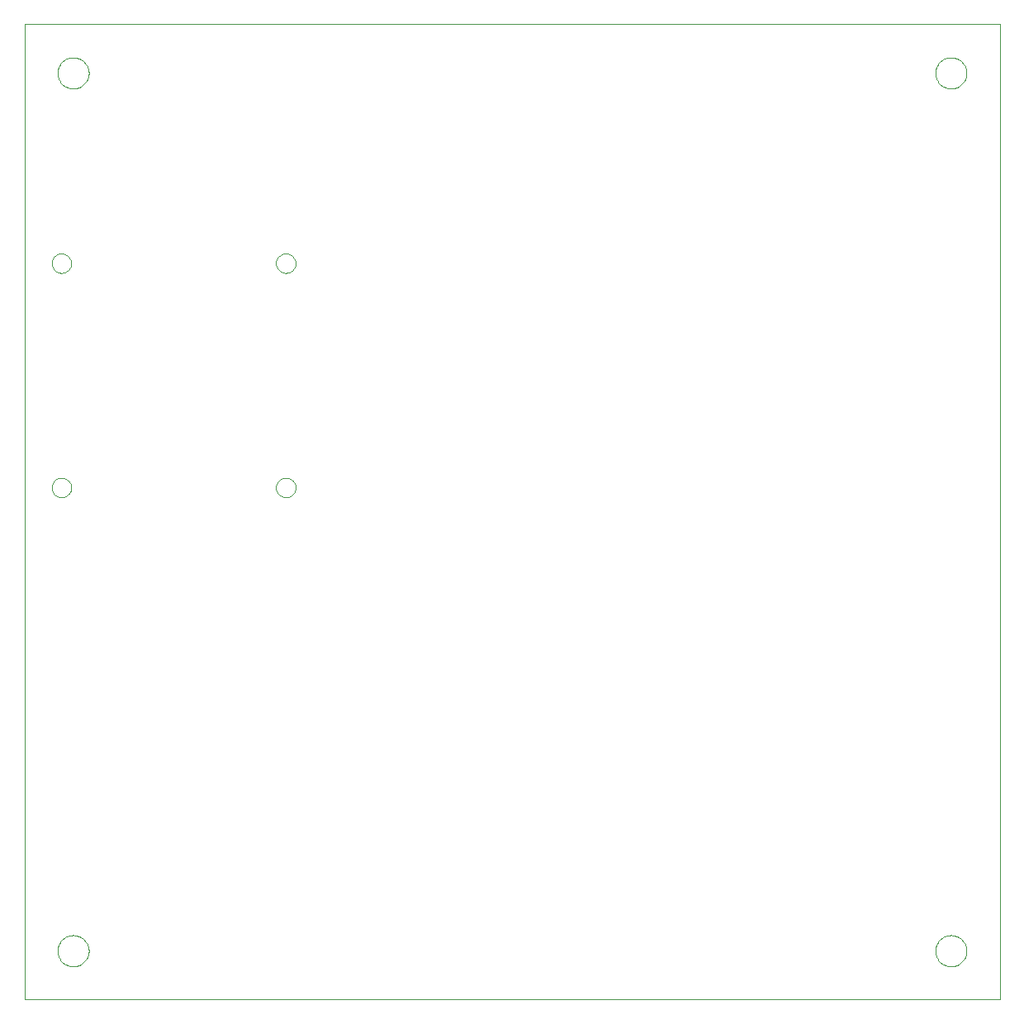
<source format=gm1>
G75*
G70*
%OFA0B0*%
%FSLAX24Y24*%
%IPPOS*%
%LPD*%
%AMOC8*
5,1,8,0,0,1.08239X$1,22.5*
%
%ADD10C,0.0000*%
D10*
X000500Y000500D02*
X000500Y039870D01*
X039870Y039870D01*
X039870Y000500D01*
X000500Y000500D01*
X001839Y002469D02*
X001841Y002519D01*
X001847Y002569D01*
X001857Y002618D01*
X001871Y002666D01*
X001888Y002713D01*
X001909Y002758D01*
X001934Y002802D01*
X001962Y002843D01*
X001994Y002882D01*
X002028Y002919D01*
X002065Y002953D01*
X002105Y002983D01*
X002147Y003010D01*
X002191Y003034D01*
X002237Y003055D01*
X002284Y003071D01*
X002332Y003084D01*
X002382Y003093D01*
X002431Y003098D01*
X002482Y003099D01*
X002532Y003096D01*
X002581Y003089D01*
X002630Y003078D01*
X002678Y003063D01*
X002724Y003045D01*
X002769Y003023D01*
X002812Y002997D01*
X002853Y002968D01*
X002892Y002936D01*
X002928Y002901D01*
X002960Y002863D01*
X002990Y002823D01*
X003017Y002780D01*
X003040Y002736D01*
X003059Y002690D01*
X003075Y002642D01*
X003087Y002593D01*
X003095Y002544D01*
X003099Y002494D01*
X003099Y002444D01*
X003095Y002394D01*
X003087Y002345D01*
X003075Y002296D01*
X003059Y002248D01*
X003040Y002202D01*
X003017Y002158D01*
X002990Y002115D01*
X002960Y002075D01*
X002928Y002037D01*
X002892Y002002D01*
X002853Y001970D01*
X002812Y001941D01*
X002769Y001915D01*
X002724Y001893D01*
X002678Y001875D01*
X002630Y001860D01*
X002581Y001849D01*
X002532Y001842D01*
X002482Y001839D01*
X002431Y001840D01*
X002382Y001845D01*
X002332Y001854D01*
X002284Y001867D01*
X002237Y001883D01*
X002191Y001904D01*
X002147Y001928D01*
X002105Y001955D01*
X002065Y001985D01*
X002028Y002019D01*
X001994Y002056D01*
X001962Y002095D01*
X001934Y002136D01*
X001909Y002180D01*
X001888Y002225D01*
X001871Y002272D01*
X001857Y002320D01*
X001847Y002369D01*
X001841Y002419D01*
X001839Y002469D01*
X001602Y021169D02*
X001604Y021208D01*
X001610Y021247D01*
X001620Y021285D01*
X001633Y021322D01*
X001650Y021357D01*
X001670Y021391D01*
X001694Y021422D01*
X001721Y021451D01*
X001750Y021477D01*
X001782Y021500D01*
X001816Y021520D01*
X001852Y021536D01*
X001889Y021548D01*
X001928Y021557D01*
X001967Y021562D01*
X002006Y021563D01*
X002045Y021560D01*
X002084Y021553D01*
X002121Y021542D01*
X002158Y021528D01*
X002193Y021510D01*
X002226Y021489D01*
X002257Y021464D01*
X002285Y021437D01*
X002310Y021407D01*
X002332Y021374D01*
X002351Y021340D01*
X002366Y021304D01*
X002378Y021266D01*
X002386Y021228D01*
X002390Y021189D01*
X002390Y021149D01*
X002386Y021110D01*
X002378Y021072D01*
X002366Y021034D01*
X002351Y020998D01*
X002332Y020964D01*
X002310Y020931D01*
X002285Y020901D01*
X002257Y020874D01*
X002226Y020849D01*
X002193Y020828D01*
X002158Y020810D01*
X002121Y020796D01*
X002084Y020785D01*
X002045Y020778D01*
X002006Y020775D01*
X001967Y020776D01*
X001928Y020781D01*
X001889Y020790D01*
X001852Y020802D01*
X001816Y020818D01*
X001782Y020838D01*
X001750Y020861D01*
X001721Y020887D01*
X001694Y020916D01*
X001670Y020947D01*
X001650Y020981D01*
X001633Y021016D01*
X001620Y021053D01*
X001610Y021091D01*
X001604Y021130D01*
X001602Y021169D01*
X001602Y030224D02*
X001604Y030263D01*
X001610Y030302D01*
X001620Y030340D01*
X001633Y030377D01*
X001650Y030412D01*
X001670Y030446D01*
X001694Y030477D01*
X001721Y030506D01*
X001750Y030532D01*
X001782Y030555D01*
X001816Y030575D01*
X001852Y030591D01*
X001889Y030603D01*
X001928Y030612D01*
X001967Y030617D01*
X002006Y030618D01*
X002045Y030615D01*
X002084Y030608D01*
X002121Y030597D01*
X002158Y030583D01*
X002193Y030565D01*
X002226Y030544D01*
X002257Y030519D01*
X002285Y030492D01*
X002310Y030462D01*
X002332Y030429D01*
X002351Y030395D01*
X002366Y030359D01*
X002378Y030321D01*
X002386Y030283D01*
X002390Y030244D01*
X002390Y030204D01*
X002386Y030165D01*
X002378Y030127D01*
X002366Y030089D01*
X002351Y030053D01*
X002332Y030019D01*
X002310Y029986D01*
X002285Y029956D01*
X002257Y029929D01*
X002226Y029904D01*
X002193Y029883D01*
X002158Y029865D01*
X002121Y029851D01*
X002084Y029840D01*
X002045Y029833D01*
X002006Y029830D01*
X001967Y029831D01*
X001928Y029836D01*
X001889Y029845D01*
X001852Y029857D01*
X001816Y029873D01*
X001782Y029893D01*
X001750Y029916D01*
X001721Y029942D01*
X001694Y029971D01*
X001670Y030002D01*
X001650Y030036D01*
X001633Y030071D01*
X001620Y030108D01*
X001610Y030146D01*
X001604Y030185D01*
X001602Y030224D01*
X001839Y037902D02*
X001841Y037952D01*
X001847Y038002D01*
X001857Y038051D01*
X001871Y038099D01*
X001888Y038146D01*
X001909Y038191D01*
X001934Y038235D01*
X001962Y038276D01*
X001994Y038315D01*
X002028Y038352D01*
X002065Y038386D01*
X002105Y038416D01*
X002147Y038443D01*
X002191Y038467D01*
X002237Y038488D01*
X002284Y038504D01*
X002332Y038517D01*
X002382Y038526D01*
X002431Y038531D01*
X002482Y038532D01*
X002532Y038529D01*
X002581Y038522D01*
X002630Y038511D01*
X002678Y038496D01*
X002724Y038478D01*
X002769Y038456D01*
X002812Y038430D01*
X002853Y038401D01*
X002892Y038369D01*
X002928Y038334D01*
X002960Y038296D01*
X002990Y038256D01*
X003017Y038213D01*
X003040Y038169D01*
X003059Y038123D01*
X003075Y038075D01*
X003087Y038026D01*
X003095Y037977D01*
X003099Y037927D01*
X003099Y037877D01*
X003095Y037827D01*
X003087Y037778D01*
X003075Y037729D01*
X003059Y037681D01*
X003040Y037635D01*
X003017Y037591D01*
X002990Y037548D01*
X002960Y037508D01*
X002928Y037470D01*
X002892Y037435D01*
X002853Y037403D01*
X002812Y037374D01*
X002769Y037348D01*
X002724Y037326D01*
X002678Y037308D01*
X002630Y037293D01*
X002581Y037282D01*
X002532Y037275D01*
X002482Y037272D01*
X002431Y037273D01*
X002382Y037278D01*
X002332Y037287D01*
X002284Y037300D01*
X002237Y037316D01*
X002191Y037337D01*
X002147Y037361D01*
X002105Y037388D01*
X002065Y037418D01*
X002028Y037452D01*
X001994Y037489D01*
X001962Y037528D01*
X001934Y037569D01*
X001909Y037613D01*
X001888Y037658D01*
X001871Y037705D01*
X001857Y037753D01*
X001847Y037802D01*
X001841Y037852D01*
X001839Y037902D01*
X010657Y030224D02*
X010659Y030263D01*
X010665Y030302D01*
X010675Y030340D01*
X010688Y030377D01*
X010705Y030412D01*
X010725Y030446D01*
X010749Y030477D01*
X010776Y030506D01*
X010805Y030532D01*
X010837Y030555D01*
X010871Y030575D01*
X010907Y030591D01*
X010944Y030603D01*
X010983Y030612D01*
X011022Y030617D01*
X011061Y030618D01*
X011100Y030615D01*
X011139Y030608D01*
X011176Y030597D01*
X011213Y030583D01*
X011248Y030565D01*
X011281Y030544D01*
X011312Y030519D01*
X011340Y030492D01*
X011365Y030462D01*
X011387Y030429D01*
X011406Y030395D01*
X011421Y030359D01*
X011433Y030321D01*
X011441Y030283D01*
X011445Y030244D01*
X011445Y030204D01*
X011441Y030165D01*
X011433Y030127D01*
X011421Y030089D01*
X011406Y030053D01*
X011387Y030019D01*
X011365Y029986D01*
X011340Y029956D01*
X011312Y029929D01*
X011281Y029904D01*
X011248Y029883D01*
X011213Y029865D01*
X011176Y029851D01*
X011139Y029840D01*
X011100Y029833D01*
X011061Y029830D01*
X011022Y029831D01*
X010983Y029836D01*
X010944Y029845D01*
X010907Y029857D01*
X010871Y029873D01*
X010837Y029893D01*
X010805Y029916D01*
X010776Y029942D01*
X010749Y029971D01*
X010725Y030002D01*
X010705Y030036D01*
X010688Y030071D01*
X010675Y030108D01*
X010665Y030146D01*
X010659Y030185D01*
X010657Y030224D01*
X010657Y021169D02*
X010659Y021208D01*
X010665Y021247D01*
X010675Y021285D01*
X010688Y021322D01*
X010705Y021357D01*
X010725Y021391D01*
X010749Y021422D01*
X010776Y021451D01*
X010805Y021477D01*
X010837Y021500D01*
X010871Y021520D01*
X010907Y021536D01*
X010944Y021548D01*
X010983Y021557D01*
X011022Y021562D01*
X011061Y021563D01*
X011100Y021560D01*
X011139Y021553D01*
X011176Y021542D01*
X011213Y021528D01*
X011248Y021510D01*
X011281Y021489D01*
X011312Y021464D01*
X011340Y021437D01*
X011365Y021407D01*
X011387Y021374D01*
X011406Y021340D01*
X011421Y021304D01*
X011433Y021266D01*
X011441Y021228D01*
X011445Y021189D01*
X011445Y021149D01*
X011441Y021110D01*
X011433Y021072D01*
X011421Y021034D01*
X011406Y020998D01*
X011387Y020964D01*
X011365Y020931D01*
X011340Y020901D01*
X011312Y020874D01*
X011281Y020849D01*
X011248Y020828D01*
X011213Y020810D01*
X011176Y020796D01*
X011139Y020785D01*
X011100Y020778D01*
X011061Y020775D01*
X011022Y020776D01*
X010983Y020781D01*
X010944Y020790D01*
X010907Y020802D01*
X010871Y020818D01*
X010837Y020838D01*
X010805Y020861D01*
X010776Y020887D01*
X010749Y020916D01*
X010725Y020947D01*
X010705Y020981D01*
X010688Y021016D01*
X010675Y021053D01*
X010665Y021091D01*
X010659Y021130D01*
X010657Y021169D01*
X037272Y037902D02*
X037274Y037952D01*
X037280Y038002D01*
X037290Y038051D01*
X037304Y038099D01*
X037321Y038146D01*
X037342Y038191D01*
X037367Y038235D01*
X037395Y038276D01*
X037427Y038315D01*
X037461Y038352D01*
X037498Y038386D01*
X037538Y038416D01*
X037580Y038443D01*
X037624Y038467D01*
X037670Y038488D01*
X037717Y038504D01*
X037765Y038517D01*
X037815Y038526D01*
X037864Y038531D01*
X037915Y038532D01*
X037965Y038529D01*
X038014Y038522D01*
X038063Y038511D01*
X038111Y038496D01*
X038157Y038478D01*
X038202Y038456D01*
X038245Y038430D01*
X038286Y038401D01*
X038325Y038369D01*
X038361Y038334D01*
X038393Y038296D01*
X038423Y038256D01*
X038450Y038213D01*
X038473Y038169D01*
X038492Y038123D01*
X038508Y038075D01*
X038520Y038026D01*
X038528Y037977D01*
X038532Y037927D01*
X038532Y037877D01*
X038528Y037827D01*
X038520Y037778D01*
X038508Y037729D01*
X038492Y037681D01*
X038473Y037635D01*
X038450Y037591D01*
X038423Y037548D01*
X038393Y037508D01*
X038361Y037470D01*
X038325Y037435D01*
X038286Y037403D01*
X038245Y037374D01*
X038202Y037348D01*
X038157Y037326D01*
X038111Y037308D01*
X038063Y037293D01*
X038014Y037282D01*
X037965Y037275D01*
X037915Y037272D01*
X037864Y037273D01*
X037815Y037278D01*
X037765Y037287D01*
X037717Y037300D01*
X037670Y037316D01*
X037624Y037337D01*
X037580Y037361D01*
X037538Y037388D01*
X037498Y037418D01*
X037461Y037452D01*
X037427Y037489D01*
X037395Y037528D01*
X037367Y037569D01*
X037342Y037613D01*
X037321Y037658D01*
X037304Y037705D01*
X037290Y037753D01*
X037280Y037802D01*
X037274Y037852D01*
X037272Y037902D01*
X037272Y002469D02*
X037274Y002519D01*
X037280Y002569D01*
X037290Y002618D01*
X037304Y002666D01*
X037321Y002713D01*
X037342Y002758D01*
X037367Y002802D01*
X037395Y002843D01*
X037427Y002882D01*
X037461Y002919D01*
X037498Y002953D01*
X037538Y002983D01*
X037580Y003010D01*
X037624Y003034D01*
X037670Y003055D01*
X037717Y003071D01*
X037765Y003084D01*
X037815Y003093D01*
X037864Y003098D01*
X037915Y003099D01*
X037965Y003096D01*
X038014Y003089D01*
X038063Y003078D01*
X038111Y003063D01*
X038157Y003045D01*
X038202Y003023D01*
X038245Y002997D01*
X038286Y002968D01*
X038325Y002936D01*
X038361Y002901D01*
X038393Y002863D01*
X038423Y002823D01*
X038450Y002780D01*
X038473Y002736D01*
X038492Y002690D01*
X038508Y002642D01*
X038520Y002593D01*
X038528Y002544D01*
X038532Y002494D01*
X038532Y002444D01*
X038528Y002394D01*
X038520Y002345D01*
X038508Y002296D01*
X038492Y002248D01*
X038473Y002202D01*
X038450Y002158D01*
X038423Y002115D01*
X038393Y002075D01*
X038361Y002037D01*
X038325Y002002D01*
X038286Y001970D01*
X038245Y001941D01*
X038202Y001915D01*
X038157Y001893D01*
X038111Y001875D01*
X038063Y001860D01*
X038014Y001849D01*
X037965Y001842D01*
X037915Y001839D01*
X037864Y001840D01*
X037815Y001845D01*
X037765Y001854D01*
X037717Y001867D01*
X037670Y001883D01*
X037624Y001904D01*
X037580Y001928D01*
X037538Y001955D01*
X037498Y001985D01*
X037461Y002019D01*
X037427Y002056D01*
X037395Y002095D01*
X037367Y002136D01*
X037342Y002180D01*
X037321Y002225D01*
X037304Y002272D01*
X037290Y002320D01*
X037280Y002369D01*
X037274Y002419D01*
X037272Y002469D01*
M02*

</source>
